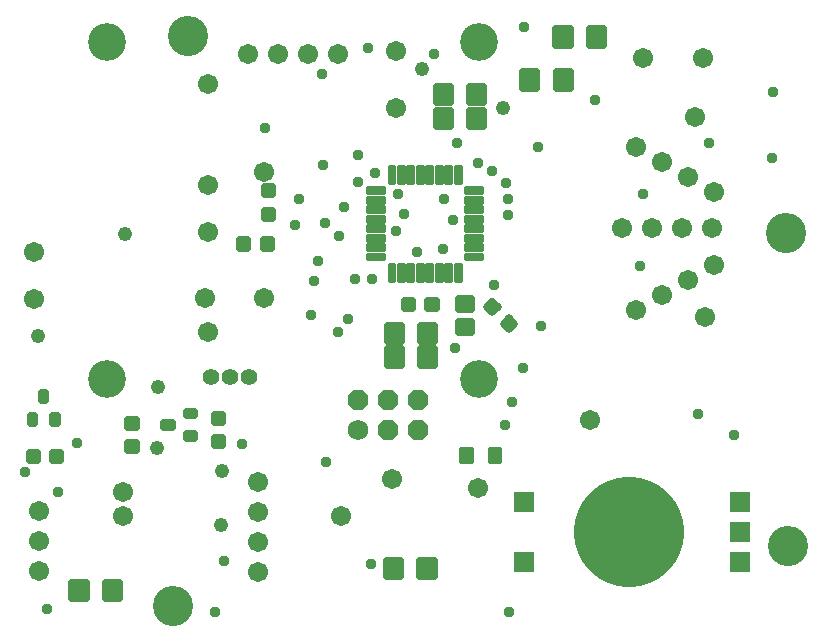
<source format=gbr>
G04 EAGLE Gerber RS-274X export*
G75*
%MOMM*%
%FSLAX34Y34*%
%LPD*%
%INSoldermask Top*%
%IPPOS*%
%AMOC8*
5,1,8,0,0,1.08239X$1,22.5*%
G01*
%ADD10C,3.403200*%
%ADD11C,1.711200*%
%ADD12C,0.522925*%
%ADD13C,0.534309*%
%ADD14C,0.409087*%
%ADD15C,9.347200*%
%ADD16R,1.711200X1.711200*%
%ADD17C,0.465991*%
%ADD18C,1.727200*%
%ADD19P,1.869504X8X22.500000*%
%ADD20C,0.621981*%
%ADD21C,3.203200*%
%ADD22C,0.338938*%
%ADD23C,1.411200*%
%ADD24C,1.703200*%
%ADD25C,1.209600*%
%ADD26C,0.959600*%


D10*
X139700Y25400D03*
X660400Y76200D03*
X658400Y340600D03*
X152400Y508000D03*
D11*
X328200Y446600D03*
X328200Y495400D03*
D12*
X333402Y243417D02*
X320598Y243417D01*
X333402Y243417D02*
X333402Y228583D01*
X320598Y228583D01*
X320598Y243417D01*
X320598Y233551D02*
X333402Y233551D01*
X333402Y238519D02*
X320598Y238519D01*
X349038Y243417D02*
X361842Y243417D01*
X361842Y228583D01*
X349038Y228583D01*
X349038Y243417D01*
X349038Y233551D02*
X361842Y233551D01*
X361842Y238519D02*
X349038Y238519D01*
X390598Y450583D02*
X403402Y450583D01*
X390598Y450583D02*
X390598Y465417D01*
X403402Y465417D01*
X403402Y450583D01*
X403402Y455551D02*
X390598Y455551D01*
X390598Y460519D02*
X403402Y460519D01*
X374962Y450583D02*
X362158Y450583D01*
X362158Y465417D01*
X374962Y465417D01*
X374962Y450583D01*
X374962Y455551D02*
X362158Y455551D01*
X362158Y460519D02*
X374962Y460519D01*
D13*
X342845Y276155D02*
X335155Y276155D01*
X335155Y283845D01*
X342845Y283845D01*
X342845Y276155D01*
X342845Y281231D02*
X335155Y281231D01*
X355155Y276155D02*
X362845Y276155D01*
X355155Y276155D02*
X355155Y283845D01*
X362845Y283845D01*
X362845Y276155D01*
X362845Y281231D02*
X355155Y281231D01*
D12*
X333402Y263417D02*
X320598Y263417D01*
X333402Y263417D02*
X333402Y248583D01*
X320598Y248583D01*
X320598Y263417D01*
X320598Y253551D02*
X333402Y253551D01*
X333402Y258519D02*
X320598Y258519D01*
X349038Y263417D02*
X361842Y263417D01*
X361842Y248583D01*
X349038Y248583D01*
X349038Y263417D01*
X349038Y253551D02*
X361842Y253551D01*
X361842Y258519D02*
X349038Y258519D01*
X390598Y430583D02*
X403402Y430583D01*
X390598Y430583D02*
X390598Y445417D01*
X403402Y445417D01*
X403402Y430583D01*
X403402Y435551D02*
X390598Y435551D01*
X390598Y440519D02*
X403402Y440519D01*
X374962Y430583D02*
X362158Y430583D01*
X362158Y445417D01*
X374962Y445417D01*
X374962Y430583D01*
X374962Y435551D02*
X362158Y435551D01*
X362158Y440519D02*
X374962Y440519D01*
D14*
X391633Y157983D02*
X391633Y148041D01*
X383691Y148041D01*
X383691Y157983D01*
X391633Y157983D01*
X391633Y151927D02*
X383691Y151927D01*
X383691Y155813D02*
X391633Y155813D01*
X415633Y157983D02*
X415633Y148041D01*
X407691Y148041D01*
X407691Y157983D01*
X415633Y157983D01*
X415633Y151927D02*
X407691Y151927D01*
X407691Y155813D02*
X415633Y155813D01*
D15*
X526020Y87380D03*
D16*
X437120Y61980D03*
X437120Y112780D03*
X620000Y61980D03*
X620000Y87380D03*
X620000Y112780D03*
D12*
X66562Y45577D02*
X53758Y45577D01*
X66562Y45577D02*
X66562Y30743D01*
X53758Y30743D01*
X53758Y45577D01*
X53758Y35711D02*
X66562Y35711D01*
X66562Y40679D02*
X53758Y40679D01*
X82198Y45577D02*
X95002Y45577D01*
X95002Y30743D01*
X82198Y30743D01*
X82198Y45577D01*
X82198Y35711D02*
X95002Y35711D01*
X95002Y40679D02*
X82198Y40679D01*
D17*
X393028Y256378D02*
X393028Y266750D01*
X393028Y256378D02*
X380656Y256378D01*
X380656Y266750D01*
X393028Y266750D01*
X393028Y260805D02*
X380656Y260805D01*
X380656Y265232D02*
X393028Y265232D01*
X393028Y275378D02*
X393028Y285750D01*
X393028Y275378D02*
X380656Y275378D01*
X380656Y285750D01*
X393028Y285750D01*
X393028Y279805D02*
X380656Y279805D01*
X380656Y284232D02*
X393028Y284232D01*
D18*
X296360Y174380D03*
D19*
X321760Y174380D03*
X347160Y174380D03*
X296360Y199780D03*
X321760Y199780D03*
X347160Y199780D03*
D12*
X332682Y64279D02*
X319878Y64279D01*
X332682Y64279D02*
X332682Y49445D01*
X319878Y49445D01*
X319878Y64279D01*
X319878Y54413D02*
X332682Y54413D01*
X332682Y59381D02*
X319878Y59381D01*
X348318Y64279D02*
X361122Y64279D01*
X361122Y49445D01*
X348318Y49445D01*
X348318Y64279D01*
X348318Y54413D02*
X361122Y54413D01*
X361122Y59381D02*
X348318Y59381D01*
D11*
X537400Y488700D03*
X588200Y488700D03*
X97700Y101340D03*
X97700Y121340D03*
X212060Y130460D03*
X212060Y105060D03*
X212060Y79660D03*
X212060Y54260D03*
D13*
X216479Y372821D02*
X216479Y380511D01*
X224169Y380511D01*
X224169Y372821D01*
X216479Y372821D01*
X216479Y377897D02*
X224169Y377897D01*
X216479Y360511D02*
X216479Y352821D01*
X216479Y360511D02*
X224169Y360511D01*
X224169Y352821D01*
X216479Y352821D01*
X216479Y357897D02*
X224169Y357897D01*
X223333Y335421D02*
X215643Y335421D01*
X223333Y335421D02*
X223333Y327731D01*
X215643Y327731D01*
X215643Y335421D01*
X215643Y332807D02*
X223333Y332807D01*
X203333Y335421D02*
X195643Y335421D01*
X203333Y335421D02*
X203333Y327731D01*
X195643Y327731D01*
X195643Y335421D01*
X195643Y332807D02*
X203333Y332807D01*
X424237Y269536D02*
X429674Y264099D01*
X424237Y258662D01*
X418800Y264099D01*
X424237Y269536D01*
X429313Y263738D02*
X419161Y263738D01*
X423515Y268814D02*
X424959Y268814D01*
X415532Y278241D02*
X410095Y283678D01*
X415532Y278241D02*
X410095Y272804D01*
X404658Y278241D01*
X410095Y283678D01*
X415171Y277880D02*
X405019Y277880D01*
X409373Y282956D02*
X410817Y282956D01*
D12*
X491918Y499383D02*
X504722Y499383D01*
X491918Y499383D02*
X491918Y514217D01*
X504722Y514217D01*
X504722Y499383D01*
X504722Y504351D02*
X491918Y504351D01*
X491918Y509319D02*
X504722Y509319D01*
X476282Y499383D02*
X463478Y499383D01*
X463478Y514217D01*
X476282Y514217D01*
X476282Y499383D01*
X476282Y504351D02*
X463478Y504351D01*
X463478Y509319D02*
X476282Y509319D01*
X476422Y463183D02*
X463618Y463183D01*
X463618Y478017D01*
X476422Y478017D01*
X476422Y463183D01*
X476422Y468151D02*
X463618Y468151D01*
X463618Y473119D02*
X476422Y473119D01*
X447982Y463183D02*
X435178Y463183D01*
X435178Y478017D01*
X447982Y478017D01*
X447982Y463183D01*
X447982Y468151D02*
X435178Y468151D01*
X435178Y473119D02*
X447982Y473119D01*
D13*
X45165Y155465D02*
X37475Y155465D01*
X45165Y155465D02*
X45165Y147775D01*
X37475Y147775D01*
X37475Y155465D01*
X37475Y152851D02*
X45165Y152851D01*
X25165Y155465D02*
X17475Y155465D01*
X25165Y155465D02*
X25165Y147775D01*
X17475Y147775D01*
X17475Y155465D01*
X17475Y152851D02*
X25165Y152851D01*
X108865Y156115D02*
X108865Y163805D01*
X108865Y156115D02*
X101175Y156115D01*
X101175Y163805D01*
X108865Y163805D01*
X108865Y161191D02*
X101175Y161191D01*
X108865Y176115D02*
X108865Y183805D01*
X108865Y176115D02*
X101175Y176115D01*
X101175Y183805D01*
X108865Y183805D01*
X108865Y181191D02*
X101175Y181191D01*
X174135Y180175D02*
X174135Y187865D01*
X181825Y187865D01*
X181825Y180175D01*
X174135Y180175D01*
X174135Y185251D02*
X181825Y185251D01*
X174135Y167865D02*
X174135Y160175D01*
X174135Y167865D02*
X181825Y167865D01*
X181825Y160175D01*
X174135Y160175D01*
X174135Y165251D02*
X181825Y165251D01*
D11*
X324770Y132292D03*
X26140Y54920D03*
X26140Y80320D03*
X26140Y105720D03*
D20*
X18294Y180004D02*
X18294Y187116D01*
X22106Y187116D01*
X22106Y180004D01*
X18294Y180004D01*
X18294Y185913D02*
X22106Y185913D01*
X37294Y187116D02*
X37294Y180004D01*
X37294Y187116D02*
X41106Y187116D01*
X41106Y180004D01*
X37294Y180004D01*
X37294Y185913D02*
X41106Y185913D01*
X31606Y199204D02*
X31606Y206316D01*
X31606Y199204D02*
X27794Y199204D01*
X27794Y206316D01*
X31606Y206316D01*
X31606Y205113D02*
X27794Y205113D01*
X150644Y167394D02*
X157756Y167394D01*
X150644Y167394D02*
X150644Y171206D01*
X157756Y171206D01*
X157756Y167394D01*
X157756Y186394D02*
X150644Y186394D01*
X150644Y190206D01*
X157756Y190206D01*
X157756Y186394D01*
X138556Y180706D02*
X131444Y180706D01*
X138556Y180706D02*
X138556Y176894D01*
X131444Y176894D01*
X131444Y180706D01*
D11*
X203400Y492500D03*
X228800Y492500D03*
X254200Y492500D03*
X279600Y492500D03*
D21*
X84000Y502600D03*
X84000Y217600D03*
X399000Y502600D03*
X399000Y217600D03*
D11*
X397760Y124820D03*
X597996Y314050D03*
X575999Y301350D03*
X554001Y288650D03*
X532004Y275950D03*
X596100Y345000D03*
X570700Y345000D03*
X545300Y345000D03*
X519900Y345000D03*
X597996Y375950D03*
X575999Y388650D03*
X554001Y401350D03*
X532004Y414050D03*
X281560Y101420D03*
X21700Y284820D03*
X21700Y324820D03*
X169700Y256820D03*
X169700Y341820D03*
X169700Y381820D03*
X169700Y466820D03*
D22*
X304728Y378672D02*
X304728Y374528D01*
X304728Y378672D02*
X318072Y378672D01*
X318072Y374528D01*
X304728Y374528D01*
X304728Y377748D02*
X318072Y377748D01*
X304728Y370672D02*
X304728Y366528D01*
X304728Y370672D02*
X318072Y370672D01*
X318072Y366528D01*
X304728Y366528D01*
X304728Y369748D02*
X318072Y369748D01*
X304728Y362672D02*
X304728Y358528D01*
X304728Y362672D02*
X318072Y362672D01*
X318072Y358528D01*
X304728Y358528D01*
X304728Y361748D02*
X318072Y361748D01*
X304728Y354672D02*
X304728Y350528D01*
X304728Y354672D02*
X318072Y354672D01*
X318072Y350528D01*
X304728Y350528D01*
X304728Y353748D02*
X318072Y353748D01*
X304728Y346672D02*
X304728Y342528D01*
X304728Y346672D02*
X318072Y346672D01*
X318072Y342528D01*
X304728Y342528D01*
X304728Y345748D02*
X318072Y345748D01*
X304728Y338672D02*
X304728Y334528D01*
X304728Y338672D02*
X318072Y338672D01*
X318072Y334528D01*
X304728Y334528D01*
X304728Y337748D02*
X318072Y337748D01*
X304728Y330672D02*
X304728Y326528D01*
X304728Y330672D02*
X318072Y330672D01*
X318072Y326528D01*
X304728Y326528D01*
X304728Y329748D02*
X318072Y329748D01*
X304728Y322672D02*
X304728Y318528D01*
X304728Y322672D02*
X318072Y322672D01*
X318072Y318528D01*
X304728Y318528D01*
X304728Y321748D02*
X318072Y321748D01*
X388128Y322672D02*
X388128Y318528D01*
X388128Y322672D02*
X401472Y322672D01*
X401472Y318528D01*
X388128Y318528D01*
X388128Y321748D02*
X401472Y321748D01*
X388128Y326528D02*
X388128Y330672D01*
X401472Y330672D01*
X401472Y326528D01*
X388128Y326528D01*
X388128Y329748D02*
X401472Y329748D01*
X388128Y334528D02*
X388128Y338672D01*
X401472Y338672D01*
X401472Y334528D01*
X388128Y334528D01*
X388128Y337748D02*
X401472Y337748D01*
X388128Y342528D02*
X388128Y346672D01*
X401472Y346672D01*
X401472Y342528D01*
X388128Y342528D01*
X388128Y345748D02*
X401472Y345748D01*
X388128Y350528D02*
X388128Y354672D01*
X401472Y354672D01*
X401472Y350528D01*
X388128Y350528D01*
X388128Y353748D02*
X401472Y353748D01*
X388128Y358528D02*
X388128Y362672D01*
X401472Y362672D01*
X401472Y358528D01*
X388128Y358528D01*
X388128Y361748D02*
X401472Y361748D01*
X388128Y366528D02*
X388128Y370672D01*
X401472Y370672D01*
X401472Y366528D01*
X388128Y366528D01*
X388128Y369748D02*
X401472Y369748D01*
X388128Y374528D02*
X388128Y378672D01*
X401472Y378672D01*
X401472Y374528D01*
X388128Y374528D01*
X388128Y377748D02*
X401472Y377748D01*
X379028Y383628D02*
X379028Y396972D01*
X383172Y396972D01*
X383172Y383628D01*
X379028Y383628D01*
X379028Y386848D02*
X383172Y386848D01*
X383172Y390068D02*
X379028Y390068D01*
X379028Y393288D02*
X383172Y393288D01*
X383172Y396508D02*
X379028Y396508D01*
X371028Y396972D02*
X371028Y383628D01*
X371028Y396972D02*
X375172Y396972D01*
X375172Y383628D01*
X371028Y383628D01*
X371028Y386848D02*
X375172Y386848D01*
X375172Y390068D02*
X371028Y390068D01*
X371028Y393288D02*
X375172Y393288D01*
X375172Y396508D02*
X371028Y396508D01*
X363028Y396972D02*
X363028Y383628D01*
X363028Y396972D02*
X367172Y396972D01*
X367172Y383628D01*
X363028Y383628D01*
X363028Y386848D02*
X367172Y386848D01*
X367172Y390068D02*
X363028Y390068D01*
X363028Y393288D02*
X367172Y393288D01*
X367172Y396508D02*
X363028Y396508D01*
X355028Y396972D02*
X355028Y383628D01*
X355028Y396972D02*
X359172Y396972D01*
X359172Y383628D01*
X355028Y383628D01*
X355028Y386848D02*
X359172Y386848D01*
X359172Y390068D02*
X355028Y390068D01*
X355028Y393288D02*
X359172Y393288D01*
X359172Y396508D02*
X355028Y396508D01*
X347028Y396972D02*
X347028Y383628D01*
X347028Y396972D02*
X351172Y396972D01*
X351172Y383628D01*
X347028Y383628D01*
X347028Y386848D02*
X351172Y386848D01*
X351172Y390068D02*
X347028Y390068D01*
X347028Y393288D02*
X351172Y393288D01*
X351172Y396508D02*
X347028Y396508D01*
X339028Y396972D02*
X339028Y383628D01*
X339028Y396972D02*
X343172Y396972D01*
X343172Y383628D01*
X339028Y383628D01*
X339028Y386848D02*
X343172Y386848D01*
X343172Y390068D02*
X339028Y390068D01*
X339028Y393288D02*
X343172Y393288D01*
X343172Y396508D02*
X339028Y396508D01*
X331028Y396972D02*
X331028Y383628D01*
X331028Y396972D02*
X335172Y396972D01*
X335172Y383628D01*
X331028Y383628D01*
X331028Y386848D02*
X335172Y386848D01*
X335172Y390068D02*
X331028Y390068D01*
X331028Y393288D02*
X335172Y393288D01*
X335172Y396508D02*
X331028Y396508D01*
X323028Y396972D02*
X323028Y383628D01*
X323028Y396972D02*
X327172Y396972D01*
X327172Y383628D01*
X323028Y383628D01*
X323028Y386848D02*
X327172Y386848D01*
X327172Y390068D02*
X323028Y390068D01*
X323028Y393288D02*
X327172Y393288D01*
X327172Y396508D02*
X323028Y396508D01*
X323028Y313572D02*
X323028Y300228D01*
X323028Y313572D02*
X327172Y313572D01*
X327172Y300228D01*
X323028Y300228D01*
X323028Y303448D02*
X327172Y303448D01*
X327172Y306668D02*
X323028Y306668D01*
X323028Y309888D02*
X327172Y309888D01*
X327172Y313108D02*
X323028Y313108D01*
X331028Y313572D02*
X331028Y300228D01*
X331028Y313572D02*
X335172Y313572D01*
X335172Y300228D01*
X331028Y300228D01*
X331028Y303448D02*
X335172Y303448D01*
X335172Y306668D02*
X331028Y306668D01*
X331028Y309888D02*
X335172Y309888D01*
X335172Y313108D02*
X331028Y313108D01*
X339028Y313572D02*
X339028Y300228D01*
X339028Y313572D02*
X343172Y313572D01*
X343172Y300228D01*
X339028Y300228D01*
X339028Y303448D02*
X343172Y303448D01*
X343172Y306668D02*
X339028Y306668D01*
X339028Y309888D02*
X343172Y309888D01*
X343172Y313108D02*
X339028Y313108D01*
X347028Y313572D02*
X347028Y300228D01*
X347028Y313572D02*
X351172Y313572D01*
X351172Y300228D01*
X347028Y300228D01*
X347028Y303448D02*
X351172Y303448D01*
X351172Y306668D02*
X347028Y306668D01*
X347028Y309888D02*
X351172Y309888D01*
X351172Y313108D02*
X347028Y313108D01*
X355028Y313572D02*
X355028Y300228D01*
X355028Y313572D02*
X359172Y313572D01*
X359172Y300228D01*
X355028Y300228D01*
X355028Y303448D02*
X359172Y303448D01*
X359172Y306668D02*
X355028Y306668D01*
X355028Y309888D02*
X359172Y309888D01*
X359172Y313108D02*
X355028Y313108D01*
X363028Y313572D02*
X363028Y300228D01*
X363028Y313572D02*
X367172Y313572D01*
X367172Y300228D01*
X363028Y300228D01*
X363028Y303448D02*
X367172Y303448D01*
X367172Y306668D02*
X363028Y306668D01*
X363028Y309888D02*
X367172Y309888D01*
X367172Y313108D02*
X363028Y313108D01*
X371028Y313572D02*
X371028Y300228D01*
X371028Y313572D02*
X375172Y313572D01*
X375172Y300228D01*
X371028Y300228D01*
X371028Y303448D02*
X375172Y303448D01*
X375172Y306668D02*
X371028Y306668D01*
X371028Y309888D02*
X375172Y309888D01*
X375172Y313108D02*
X371028Y313108D01*
X379028Y313572D02*
X379028Y300228D01*
X379028Y313572D02*
X383172Y313572D01*
X383172Y300228D01*
X379028Y300228D01*
X379028Y303448D02*
X383172Y303448D01*
X383172Y306668D02*
X379028Y306668D01*
X379028Y309888D02*
X383172Y309888D01*
X383172Y313108D02*
X379028Y313108D01*
D11*
X217020Y285800D03*
X167020Y285800D03*
D23*
X171960Y218570D03*
X187960Y218570D03*
X203960Y218570D03*
D11*
X581660Y439420D03*
D24*
X216660Y392380D03*
X590000Y270000D03*
X492700Y182220D03*
D25*
X99060Y340360D03*
X125984Y158496D03*
X127000Y210820D03*
X419100Y447040D03*
D26*
X360680Y492760D03*
X304800Y497840D03*
X175260Y20320D03*
X33020Y22860D03*
X182880Y63500D03*
X296164Y406654D03*
X217424Y429514D03*
X537464Y373634D03*
X534924Y312674D03*
X593344Y416814D03*
X436880Y515620D03*
X266954Y398780D03*
X380492Y417322D03*
X259334Y300228D03*
X265684Y475234D03*
X411734Y297180D03*
X376936Y351536D03*
X58674Y163068D03*
X424180Y20320D03*
X420624Y178054D03*
X368808Y370078D03*
X288036Y268478D03*
X435864Y226314D03*
X296202Y384462D03*
X448996Y413982D03*
X398092Y399794D03*
X409856Y393636D03*
X421756Y383038D03*
X423366Y369462D03*
X423158Y356252D03*
X451104Y262382D03*
X426720Y198120D03*
X268224Y349504D03*
X308550Y301812D03*
X368208Y327222D03*
X246432Y369306D03*
X648000Y460000D03*
X647000Y404000D03*
X497300Y453380D03*
D25*
X350520Y480060D03*
D26*
X311000Y392000D03*
X330300Y373540D03*
X334936Y357286D03*
X614680Y170180D03*
X584200Y187960D03*
X280162Y338582D03*
X293624Y302260D03*
X279146Y257048D03*
X256540Y271780D03*
X269240Y147320D03*
X378442Y243316D03*
X328426Y342458D03*
X307340Y60960D03*
X14732Y138176D03*
X42418Y121412D03*
X198120Y162560D03*
D25*
X25400Y254000D03*
X180086Y93472D03*
X181610Y139700D03*
D26*
X346170Y324962D03*
X262636Y317246D03*
X284480Y363220D03*
X242824Y347472D03*
M02*

</source>
